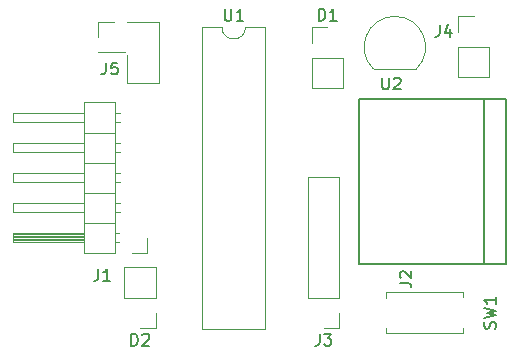
<source format=gbr>
%TF.GenerationSoftware,KiCad,Pcbnew,(6.0.0)*%
%TF.CreationDate,2022-10-20T13:45:59-04:00*%
%TF.ProjectId,TandyKey-AB,54616e64-794b-4657-992d-41422e6b6963,rev?*%
%TF.SameCoordinates,Original*%
%TF.FileFunction,Legend,Top*%
%TF.FilePolarity,Positive*%
%FSLAX46Y46*%
G04 Gerber Fmt 4.6, Leading zero omitted, Abs format (unit mm)*
G04 Created by KiCad (PCBNEW (6.0.0)) date 2022-10-20 13:45:59*
%MOMM*%
%LPD*%
G01*
G04 APERTURE LIST*
%ADD10C,0.150000*%
%ADD11C,0.120000*%
G04 APERTURE END LIST*
D10*
%TO.C,J1*%
X114601666Y-103909880D02*
X114601666Y-104624166D01*
X114554047Y-104767023D01*
X114458809Y-104862261D01*
X114315952Y-104909880D01*
X114220714Y-104909880D01*
X115601666Y-104909880D02*
X115030238Y-104909880D01*
X115315952Y-104909880D02*
X115315952Y-103909880D01*
X115220714Y-104052738D01*
X115125476Y-104147976D01*
X115030238Y-104195595D01*
%TO.C,J5*%
X115236666Y-86447380D02*
X115236666Y-87161666D01*
X115189047Y-87304523D01*
X115093809Y-87399761D01*
X114950952Y-87447380D01*
X114855714Y-87447380D01*
X116189047Y-86447380D02*
X115712857Y-86447380D01*
X115665238Y-86923571D01*
X115712857Y-86875952D01*
X115808095Y-86828333D01*
X116046190Y-86828333D01*
X116141428Y-86875952D01*
X116189047Y-86923571D01*
X116236666Y-87018809D01*
X116236666Y-87256904D01*
X116189047Y-87352142D01*
X116141428Y-87399761D01*
X116046190Y-87447380D01*
X115808095Y-87447380D01*
X115712857Y-87399761D01*
X115665238Y-87352142D01*
%TO.C,SW1*%
X148199761Y-108965833D02*
X148247380Y-108822976D01*
X148247380Y-108584880D01*
X148199761Y-108489642D01*
X148152142Y-108442023D01*
X148056904Y-108394404D01*
X147961666Y-108394404D01*
X147866428Y-108442023D01*
X147818809Y-108489642D01*
X147771190Y-108584880D01*
X147723571Y-108775357D01*
X147675952Y-108870595D01*
X147628333Y-108918214D01*
X147533095Y-108965833D01*
X147437857Y-108965833D01*
X147342619Y-108918214D01*
X147295000Y-108870595D01*
X147247380Y-108775357D01*
X147247380Y-108537261D01*
X147295000Y-108394404D01*
X147247380Y-108061071D02*
X148247380Y-107822976D01*
X147533095Y-107632500D01*
X148247380Y-107442023D01*
X147247380Y-107203928D01*
X148247380Y-106299166D02*
X148247380Y-106870595D01*
X148247380Y-106584880D02*
X147247380Y-106584880D01*
X147390238Y-106680119D01*
X147485476Y-106775357D01*
X147533095Y-106870595D01*
%TO.C,U2*%
X138620595Y-87717380D02*
X138620595Y-88526904D01*
X138668214Y-88622142D01*
X138715833Y-88669761D01*
X138811071Y-88717380D01*
X139001547Y-88717380D01*
X139096785Y-88669761D01*
X139144404Y-88622142D01*
X139192023Y-88526904D01*
X139192023Y-87717380D01*
X139620595Y-87812619D02*
X139668214Y-87765000D01*
X139763452Y-87717380D01*
X140001547Y-87717380D01*
X140096785Y-87765000D01*
X140144404Y-87812619D01*
X140192023Y-87907857D01*
X140192023Y-88003095D01*
X140144404Y-88145952D01*
X139572976Y-88717380D01*
X140192023Y-88717380D01*
%TO.C,U1*%
X125295603Y-81899884D02*
X125295603Y-82709408D01*
X125343222Y-82804646D01*
X125390841Y-82852265D01*
X125486079Y-82899884D01*
X125676555Y-82899884D01*
X125771793Y-82852265D01*
X125819412Y-82804646D01*
X125867031Y-82709408D01*
X125867031Y-81899884D01*
X126867031Y-82899884D02*
X126295603Y-82899884D01*
X126581317Y-82899884D02*
X126581317Y-81899884D01*
X126486079Y-82042742D01*
X126390841Y-82137980D01*
X126295603Y-82185599D01*
%TO.C,J2*%
X140104880Y-105108333D02*
X140819166Y-105108333D01*
X140962023Y-105155952D01*
X141057261Y-105251190D01*
X141104880Y-105394047D01*
X141104880Y-105489285D01*
X140200119Y-104679761D02*
X140152500Y-104632142D01*
X140104880Y-104536904D01*
X140104880Y-104298809D01*
X140152500Y-104203571D01*
X140200119Y-104155952D01*
X140295357Y-104108333D01*
X140390595Y-104108333D01*
X140533452Y-104155952D01*
X141104880Y-104727380D01*
X141104880Y-104108333D01*
%TO.C,D1*%
X133246904Y-82894880D02*
X133246904Y-81894880D01*
X133485000Y-81894880D01*
X133627857Y-81942500D01*
X133723095Y-82037738D01*
X133770714Y-82132976D01*
X133818333Y-82323452D01*
X133818333Y-82466309D01*
X133770714Y-82656785D01*
X133723095Y-82752023D01*
X133627857Y-82847261D01*
X133485000Y-82894880D01*
X133246904Y-82894880D01*
X134770714Y-82894880D02*
X134199285Y-82894880D01*
X134485000Y-82894880D02*
X134485000Y-81894880D01*
X134389761Y-82037738D01*
X134294523Y-82132976D01*
X134199285Y-82180595D01*
%TO.C,J3*%
X133334166Y-109409880D02*
X133334166Y-110124166D01*
X133286547Y-110267023D01*
X133191309Y-110362261D01*
X133048452Y-110409880D01*
X132953214Y-110409880D01*
X133715119Y-109409880D02*
X134334166Y-109409880D01*
X134000833Y-109790833D01*
X134143690Y-109790833D01*
X134238928Y-109838452D01*
X134286547Y-109886071D01*
X134334166Y-109981309D01*
X134334166Y-110219404D01*
X134286547Y-110314642D01*
X134238928Y-110362261D01*
X134143690Y-110409880D01*
X133857976Y-110409880D01*
X133762738Y-110362261D01*
X133715119Y-110314642D01*
%TO.C,J4*%
X143494166Y-83272380D02*
X143494166Y-83986666D01*
X143446547Y-84129523D01*
X143351309Y-84224761D01*
X143208452Y-84272380D01*
X143113214Y-84272380D01*
X144398928Y-83605714D02*
X144398928Y-84272380D01*
X144160833Y-83224761D02*
X143922738Y-83939047D01*
X144541785Y-83939047D01*
%TO.C,D2*%
X117371904Y-110414880D02*
X117371904Y-109414880D01*
X117610000Y-109414880D01*
X117752857Y-109462500D01*
X117848095Y-109557738D01*
X117895714Y-109652976D01*
X117943333Y-109843452D01*
X117943333Y-109986309D01*
X117895714Y-110176785D01*
X117848095Y-110272023D01*
X117752857Y-110367261D01*
X117610000Y-110414880D01*
X117371904Y-110414880D01*
X118324285Y-109510119D02*
X118371904Y-109462500D01*
X118467142Y-109414880D01*
X118705238Y-109414880D01*
X118800476Y-109462500D01*
X118848095Y-109510119D01*
X118895714Y-109605357D01*
X118895714Y-109700595D01*
X118848095Y-109843452D01*
X118276666Y-110414880D01*
X118895714Y-110414880D01*
D11*
%TO.C,J1*%
X113375000Y-101482500D02*
X107375000Y-101482500D01*
X113375000Y-91502500D02*
X107375000Y-91502500D01*
X113375000Y-101602500D02*
X107375000Y-101602500D01*
X116432071Y-91502500D02*
X116035000Y-91502500D01*
X113375000Y-96582500D02*
X107375000Y-96582500D01*
X116432071Y-93282500D02*
X116035000Y-93282500D01*
X113375000Y-102612500D02*
X116035000Y-102612500D01*
X113375000Y-99122500D02*
X107375000Y-99122500D01*
X116365000Y-100902500D02*
X116035000Y-100902500D01*
X107375000Y-100902500D02*
X113375000Y-100902500D01*
X107375000Y-96582500D02*
X107375000Y-95822500D01*
X107375000Y-93282500D02*
X113375000Y-93282500D01*
X107375000Y-101662500D02*
X107375000Y-100902500D01*
X118745000Y-102552500D02*
X117475000Y-102552500D01*
X116432071Y-96582500D02*
X116035000Y-96582500D01*
X118745000Y-101282500D02*
X118745000Y-102552500D01*
X107375000Y-94042500D02*
X107375000Y-93282500D01*
X113375000Y-101242500D02*
X107375000Y-101242500D01*
X113375000Y-101122500D02*
X107375000Y-101122500D01*
X116432071Y-95822500D02*
X116035000Y-95822500D01*
X116035000Y-102612500D02*
X116035000Y-89792500D01*
X107375000Y-99122500D02*
X107375000Y-98362500D01*
X107375000Y-91502500D02*
X107375000Y-90742500D01*
X113375000Y-101662500D02*
X107375000Y-101662500D01*
X116432071Y-98362500D02*
X116035000Y-98362500D01*
X116432071Y-94042500D02*
X116035000Y-94042500D01*
X116035000Y-100012500D02*
X113375000Y-100012500D01*
X113375000Y-89792500D02*
X113375000Y-102612500D01*
X113375000Y-94042500D02*
X107375000Y-94042500D01*
X116035000Y-89792500D02*
X113375000Y-89792500D01*
X116365000Y-101662500D02*
X116035000Y-101662500D01*
X107375000Y-95822500D02*
X113375000Y-95822500D01*
X116035000Y-92392500D02*
X113375000Y-92392500D01*
X116432071Y-90742500D02*
X116035000Y-90742500D01*
X113375000Y-101362500D02*
X107375000Y-101362500D01*
X116035000Y-94932500D02*
X113375000Y-94932500D01*
X107375000Y-98362500D02*
X113375000Y-98362500D01*
X107375000Y-90742500D02*
X113375000Y-90742500D01*
X116432071Y-99122500D02*
X116035000Y-99122500D01*
X116035000Y-97472500D02*
X113375000Y-97472500D01*
X113375000Y-101002500D02*
X107375000Y-101002500D01*
%TO.C,J5*%
X114552500Y-85572500D02*
X116882500Y-85572500D01*
X119712500Y-83047500D02*
X119712500Y-88187500D01*
X114552500Y-82972500D02*
X115882500Y-82972500D01*
X114552500Y-84302500D02*
X114552500Y-82972500D01*
X117052500Y-85777500D02*
X117052500Y-88187500D01*
X117052500Y-83047500D02*
X119712500Y-83047500D01*
X117052500Y-88187500D02*
X119712500Y-88187500D01*
%TO.C,SW1*%
X145465000Y-109382500D02*
X138965000Y-109382500D01*
X138965000Y-108882500D02*
X138965000Y-109382500D01*
X145465000Y-105882500D02*
X145465000Y-106302500D01*
X138965000Y-105882500D02*
X138965000Y-106382500D01*
X145465000Y-108882500D02*
X145465000Y-109382500D01*
X145465000Y-105882500D02*
X138965000Y-105882500D01*
%TO.C,U2*%
X137900000Y-86982500D02*
X141500000Y-86982500D01*
X141538478Y-86970978D02*
G75*
G03*
X139700000Y-82532500I-1838478J1838478D01*
G01*
X139700000Y-82532499D02*
G75*
G03*
X137861522Y-86970978I0J-2600001D01*
G01*
%TO.C,U1*%
X128707508Y-83447504D02*
X127057508Y-83447504D01*
X125057508Y-83447504D02*
X123407508Y-83447504D01*
X123407508Y-83447504D02*
X123407508Y-108967504D01*
X128707508Y-108967504D02*
X128707508Y-83447504D01*
X123407508Y-108967504D02*
X128707508Y-108967504D01*
X125057508Y-83447504D02*
G75*
G03*
X127057508Y-83447504I1000000J0D01*
G01*
D10*
%TO.C,J2*%
X147225000Y-89520000D02*
X147225000Y-103520000D01*
X136625000Y-103520000D02*
X149125000Y-103520000D01*
X149125000Y-103520000D02*
X149125000Y-89520000D01*
X149125000Y-89520000D02*
X136625000Y-89520000D01*
X136625000Y-89520000D02*
X136625000Y-103520000D01*
D11*
%TO.C,D1*%
X132655000Y-83442500D02*
X133985000Y-83442500D01*
X135315000Y-86042500D02*
X135315000Y-88642500D01*
X132655000Y-86042500D02*
X132655000Y-88642500D01*
X132655000Y-84772500D02*
X132655000Y-83442500D01*
X132655000Y-88642500D02*
X135315000Y-88642500D01*
X132655000Y-86042500D02*
X135315000Y-86042500D01*
%TO.C,J3*%
X134997500Y-107627500D02*
X134997500Y-108957500D01*
X134997500Y-106357500D02*
X134997500Y-96137500D01*
X134997500Y-108957500D02*
X133667500Y-108957500D01*
X134997500Y-96137500D02*
X132337500Y-96137500D01*
X132337500Y-106357500D02*
X132337500Y-96137500D01*
X134997500Y-106357500D02*
X132337500Y-106357500D01*
%TO.C,J4*%
X147697500Y-85090000D02*
X147697500Y-87690000D01*
X145037500Y-85090000D02*
X145037500Y-87690000D01*
X145037500Y-87690000D02*
X147697500Y-87690000D01*
X145037500Y-85090000D02*
X147697500Y-85090000D01*
X145037500Y-82490000D02*
X146367500Y-82490000D01*
X145037500Y-83820000D02*
X145037500Y-82490000D01*
%TO.C,D2*%
X119440000Y-103762500D02*
X116780000Y-103762500D01*
X119440000Y-107632500D02*
X119440000Y-108962500D01*
X119440000Y-106362500D02*
X116780000Y-106362500D01*
X119440000Y-106362500D02*
X119440000Y-103762500D01*
X119440000Y-108962500D02*
X118110000Y-108962500D01*
X116780000Y-106362500D02*
X116780000Y-103762500D01*
%TD*%
M02*

</source>
